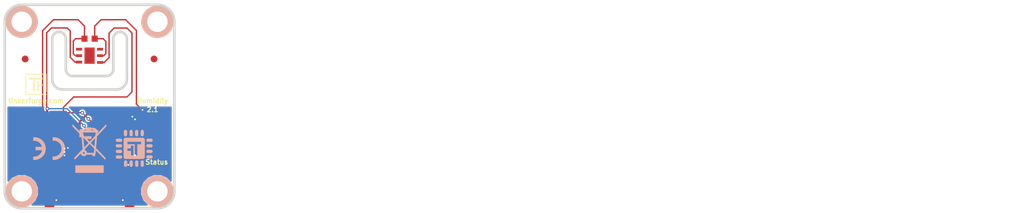
<source format=kicad_pcb>
(kicad_pcb (version 20171130) (host pcbnew 5.0.2-bee76a0~70~ubuntu18.10.1)
  (title_block (title "Humidity Bricklet") (date 2019-04-05) (rev 2.1) (company "Tinkerforge GmbH") (comment 1 "Licensed under CERN OHL v.1.1") (comment 2 "Copyright (©) 2019, B.Nordmeyer <bastian@tinkerforge.com>"))
  (layers (0 F.Cu signal) (31 B.Cu signal) (34 B.Paste user) (35 F.Paste user) (36 B.SilkS user) (37 F.SilkS user) (38 B.Mask user) (39 F.Mask user) (44 Edge.Cuts user))
  (net 0 "")
  (net 1 GND)
  (net 2 VCC)
  (net 3 "Net-(D101-Pad2)")
  (net 4 "Net-(P101-Pad4)")
  (net 5 "Net-(P101-Pad5)")
  (net 6 "Net-(P101-Pad6)")
  (net 7 "Net-(C102-Pad2)")
  (net 8 "Net-(R101-Pad1)")
  (net 9 SDA)
  (net 10 SCL)
  (net 11 S-MISO)
  (net 12 S-CS)
  (net 13 S-CLK)
  (net 14 S-MOSI)
  (net 15 "Net-(P102-Pad1)")
  (net 16 "Net-(P103-Pad2)")
  (net 17 +5V)
  (net 18 "Net-(RP102-Pad6)")
  (net 19 "Net-(U101-Pad2)")
  (net 20 "Net-(U101-Pad3)")
  (net 21 "Net-(U101-Pad5)")
  (net 22 "Net-(U101-Pad6)")
  (net 23 "Net-(U101-Pad8)")
  (net 24 "Net-(U101-Pad11)")
  (net 25 "Net-(U101-Pad12)")
  (net 26 "Net-(U101-Pad13)")
  (net 27 "Net-(U101-Pad14)")
  (net 28 "Net-(U101-Pad16)")
  (net 29 "Net-(U101-Pad18)")
  (net 30 "Net-(U101-Pad20)")
  (net 31 "Net-(U101-Pad21)")
  (net 32 "Net-(U102-Pad3)")
  (net 33 "Net-(U102-Pad4)")
  (net 34 "Net-(RP102-Pad7)")
  (module kicad-libraries:Logo_31x31 (layer F.Cu) (at 128.372705 138.435823)
    (fp_text reference G*** hide)
    (fp_text value Logo_31x31 hide)
  )
  (module kicad-libraries:Logo_CoMCU (layer B.Cu) (at 144.45 149.45 180)
    (fp_text reference G*** hide)
    (fp_text value LOGO hide)
  )
  (module kicad-libraries:WEEE_7mm (layer B.Cu) (at 137.85 149.485823 180)
    (fp_text reference G*** hide)
    (fp_text value LOGO hide)
  )
  (module kicad-libraries:CE_5mm (layer B.Cu) (at 131.872705 149.485823 180)
    (fp_text reference VAL hide)
    (fp_text value CE_5mm hide)
  )
  (module kicad-libraries:Fiducial_Mark (layer F.Cu) (at 128.375 150.275 270)
    (fp_text reference Fiducial_Mark hide)
    (fp_text value VAL** hide)
    (pad 1 smd circle (at 0 0 270) (size 1.00076 1.00076) (layers F.Cu F.Paste F.Mask) (clearance 0.65024))
  )
  (module kicad-libraries:Fiducial_Mark (layer F.Cu) (at 147.375 136.275 270)
    (fp_text reference Fiducial_Mark hide)
    (fp_text value VAL** hide)
    (pad 1 smd circle (at 0 0 270) (size 1.00076 1.00076) (layers F.Cu F.Paste F.Mask) (clearance 0.65024))
  )
  (module kicad-libraries:DEBUG_PAD (layer F.Cu) (at 138.772705 144.685823 180)
    (fp_text reference P102)
    (fp_text value DEBUG)
    (pad 1 smd circle (at 0 0 180) (size 0.7 0.7) (layers F.Cu F.Paste F.Mask) (net 15 "Net-(P102-Pad1)"))
  )
  (module kicad-libraries:SolderJumper (layer F.Cu) (at 143.836435 149.727477 135)
    (fp_text reference P103)
    (fp_text value BOOT)
    (pad 2 smd rect (at 0.55 0 135) (size 0.3 1.4) (layers F.Cu F.Mask) (net 16 "Net-(P103-Pad2)"))
    (pad 2 smd rect (at 0.15 0 135) (size 0.6 0.5) (layers F.Cu F.Mask) (net 16 "Net-(P103-Pad2)"))
    (pad 1 smd rect (at -0.5 0 135) (size 0.4 1.4) (layers F.Cu F.Mask) (net 1 GND))
    (pad 1 smd rect (at -0.225 0.55 135) (size 0.95 0.3) (layers F.Cu F.Mask) (net 1 GND))
    (pad 1 smd rect (at -0.225 -0.55 135) (size 0.95 0.3) (layers F.Cu F.Mask) (net 1 GND))
  )
  (module kicad-libraries:QFN24-4x4mm-0.5mm (layer F.Cu) (at 140.972705 147.285823 135)
    (fp_text reference U101)
    (fp_text value XMC1100-16)
    (pad 1 smd oval (at -2.025 -1.25 135) (size 1 0.3) (layers F.Cu F.Paste F.Mask) (net 11 S-MISO))
    (pad 2 smd oval (at -2.025 -0.75 135) (size 1 0.3) (layers F.Cu F.Paste F.Mask) (net 19 "Net-(U101-Pad2)"))
    (pad 3 smd oval (at -2.025 -0.25 135) (size 1 0.3) (layers F.Cu F.Paste F.Mask) (net 20 "Net-(U101-Pad3)"))
    (pad 4 smd oval (at -2.025 0.25 135) (size 1 0.3) (layers F.Cu F.Paste F.Mask) (net 16 "Net-(P103-Pad2)"))
    (pad 5 smd oval (at -2.025 0.75 135) (size 1 0.3) (layers F.Cu F.Paste F.Mask) (net 21 "Net-(U101-Pad5)"))
    (pad 6 smd oval (at -2.025 1.25 135) (size 1 0.3) (layers F.Cu F.Paste F.Mask) (net 22 "Net-(U101-Pad6)"))
    (pad 7 smd oval (at -1.25 2.025 225) (size 1 0.3) (layers F.Cu F.Paste F.Mask) (net 8 "Net-(R101-Pad1)"))
    (pad 8 smd oval (at -0.75 2.025 225) (size 1 0.3) (layers F.Cu F.Paste F.Mask) (net 23 "Net-(U101-Pad8)"))
    (pad 9 smd oval (at -0.25 2.025 225) (size 1 0.3) (layers F.Cu F.Paste F.Mask) (net 1 GND))
    (pad 10 smd oval (at 0.25 2.025 225) (size 1 0.3) (layers F.Cu F.Paste F.Mask) (net 2 VCC))
    (pad 11 smd oval (at 0.75 2.025 225) (size 1 0.3) (layers F.Cu F.Paste F.Mask) (net 24 "Net-(U101-Pad11)"))
    (pad 12 smd oval (at 1.25 2.025 225) (size 1 0.3) (layers F.Cu F.Paste F.Mask) (net 25 "Net-(U101-Pad12)"))
    (pad 13 smd oval (at 2.025 1.25 135) (size 1 0.3) (layers F.Cu F.Paste F.Mask) (net 26 "Net-(U101-Pad13)"))
    (pad 14 smd oval (at 2.025 0.75 135) (size 1 0.3) (layers F.Cu F.Paste F.Mask) (net 27 "Net-(U101-Pad14)"))
    (pad 15 smd oval (at 2.025 0.25 135) (size 1 0.3) (layers F.Cu F.Paste F.Mask) (net 15 "Net-(P102-Pad1)"))
    (pad 16 smd oval (at 2.025 -0.25 135) (size 1 0.3) (layers F.Cu F.Paste F.Mask) (net 28 "Net-(U101-Pad16)"))
    (pad 17 smd oval (at 2.025 -0.75 135) (size 1 0.3) (layers F.Cu F.Paste F.Mask) (net 9 SDA))
    (pad 18 smd oval (at 2.025 -1.25 135) (size 1 0.3) (layers F.Cu F.Paste F.Mask) (net 29 "Net-(U101-Pad18)"))
    (pad 19 smd oval (at 1.25 -2.025 225) (size 1 0.3) (layers F.Cu F.Paste F.Mask) (net 10 SCL))
    (pad 20 smd oval (at 0.75 -2.025 225) (size 1 0.3) (layers F.Cu F.Paste F.Mask) (net 30 "Net-(U101-Pad20)"))
    (pad 21 smd oval (at 0.25 -2.025 225) (size 1 0.3) (layers F.Cu F.Paste F.Mask) (net 31 "Net-(U101-Pad21)"))
    (pad 22 smd oval (at -0.25 -2.025 225) (size 1 0.3) (layers F.Cu F.Paste F.Mask) (net 12 S-CS))
    (pad 23 smd oval (at -0.75 -2.025 225) (size 1 0.3) (layers F.Cu F.Paste F.Mask) (net 13 S-CLK))
    (pad 24 smd oval (at -1.25 -2.025 225) (size 1 0.3) (layers F.Cu F.Paste F.Mask) (net 14 S-MOSI))
    (pad EXP smd rect (at 0.65 0.65 135) (size 1.3 1.3) (layers F.Cu F.Paste F.Mask) (net 1 GND))
    (pad EXP smd rect (at 0.65 -0.65 135) (size 1.3 1.3) (layers F.Cu F.Paste F.Mask) (net 1 GND))
    (pad EXP smd rect (at -0.65 0.65 135) (size 1.3 1.3) (layers F.Cu F.Paste F.Mask) (net 1 GND))
    (pad EXP smd rect (at -0.65 -0.65 135) (size 1.3 1.3) (layers F.Cu F.Paste F.Mask) (net 1 GND))
  )
  (module kicad-libraries:DFN6-30x30_humidity (layer F.Cu) (at 137.872705 135.785823 270)
    (fp_text reference U102)
    (fp_text value HDC1080)
    (pad 1 smd rect (at 1 -1.55 270) (size 0.4 0.9) (layers F.Cu F.Paste F.Mask) (net 9 SDA))
    (pad 2 smd rect (at 0 -1.55 270) (size 0.4 0.9) (layers F.Cu F.Paste F.Mask) (net 1 GND))
    (pad 3 smd rect (at -0.95 -1.55 270) (size 0.4 0.9) (layers F.Cu F.Paste F.Mask) (net 32 "Net-(U102-Pad3)"))
    (pad 4 smd rect (at -0.95 1.55 270) (size 0.4 0.9) (layers F.Cu F.Paste F.Mask) (net 33 "Net-(U102-Pad4)"))
    (pad 5 smd rect (at 0 1.55 270) (size 0.4 0.9) (layers F.Cu F.Paste F.Mask) (net 2 VCC))
    (pad 6 smd rect (at 0.95 1.55 270) (size 0.4 0.9) (layers F.Cu F.Paste F.Mask) (net 10 SCL))
    (pad EXP smd rect (at 0 0 270) (size 2.4 1.5) (layers F.Cu F.Paste F.Mask))
  )
  (module kicad-libraries:C0805 (layer F.Cu) (at 135.472705 151.685823)
    (fp_text reference C101)
    (fp_text value 10uF)
    (pad 1 smd rect (at -1.00076 0) (size 1.00076 1.24968) (layers F.Cu F.Paste F.Mask) (net 1 GND) (clearance 0.14986))
    (pad 2 smd rect (at 1.00076 0) (size 1.00076 1.24968) (layers F.Cu F.Paste F.Mask) (net 2 VCC) (clearance 0.14986))
  )
  (module kicad-libraries:C0402F (layer F.Cu) (at 142.272704 151.885823 180)
    (fp_text reference C102)
    (fp_text value 220pF)
    (pad 2 smd rect (at 0.5 0 180) (size 0.6 0.7) (layers F.Cu F.Paste F.Mask) (net 7 "Net-(C102-Pad2)"))
    (pad 1 smd rect (at -0.5 0 180) (size 0.6 0.7) (layers F.Cu F.Paste F.Mask) (net 1 GND))
  )
  (module kicad-libraries:C0603F (layer F.Cu) (at 135.672705 150.185823)
    (fp_text reference C103)
    (fp_text value 1uF)
    (pad 1 smd rect (at -0.75 0) (size 0.9 0.9) (layers F.Cu F.Paste F.Mask) (net 1 GND))
    (pad 2 smd rect (at 0.75 0) (size 0.9 0.9) (layers F.Cu F.Paste F.Mask) (net 2 VCC))
  )
  (module kicad-libraries:C0603F (layer F.Cu) (at 143.372705 144.885823 315)
    (fp_text reference C104)
    (fp_text value 100nF)
    (pad 1 smd rect (at -0.75 0 315) (size 0.9 0.9) (layers F.Cu F.Paste F.Mask) (net 2 VCC))
    (pad 2 smd rect (at 0.75 0 315) (size 0.9 0.9) (layers F.Cu F.Paste F.Mask) (net 1 GND))
  )
  (module kicad-libraries:D0603F (layer F.Cu) (at 147.747705 150.175 180)
    (fp_text reference D101)
    (fp_text value blue)
    (pad 1 smd rect (at -0.75 0 180) (size 0.9 0.9) (layers F.Cu F.Paste F.Mask) (net 2 VCC))
    (pad 2 smd rect (at 0.75 0 180) (size 0.9 0.9) (layers F.Cu F.Paste F.Mask) (net 3 "Net-(D101-Pad2)"))
  )
  (module kicad-libraries:CON-SENSOR2 (layer F.Cu) (at 137.872705 158.285823)
    (fp_text reference P101)
    (fp_text value CON-SENSOR2)
    (pad 1 smd rect (at -3.75 -4.6) (size 0.6 1.8) (layers F.Cu F.Paste F.Mask) (net 17 +5V))
    (pad 2 smd rect (at -2.5 -4.6) (size 0.6 1.8) (layers F.Cu F.Paste F.Mask) (net 1 GND))
    (pad EP smd rect (at -5.9 -1.2) (size 1.4 2.4) (layers F.Cu F.Paste F.Mask) (net 1 GND))
    (pad EP smd rect (at 5.9 -1.2) (size 1.4 2.4) (layers F.Cu F.Paste F.Mask) (net 1 GND))
    (pad 3 smd rect (at -1.25 -4.6) (size 0.6 1.8) (layers F.Cu F.Paste F.Mask) (net 2 VCC))
    (pad 4 smd rect (at 0 -4.6) (size 0.6 1.8) (layers F.Cu F.Paste F.Mask) (net 4 "Net-(P101-Pad4)"))
    (pad 5 smd rect (at 1.25 -4.6) (size 0.6 1.8) (layers F.Cu F.Paste F.Mask) (net 5 "Net-(P101-Pad5)"))
    (pad 6 smd rect (at 2.5 -4.6) (size 0.6 1.8) (layers F.Cu F.Paste F.Mask) (net 6 "Net-(P101-Pad6)"))
    (pad 7 smd rect (at 3.75 -4.6) (size 0.6 1.8) (layers F.Cu F.Paste F.Mask) (net 7 "Net-(C102-Pad2)"))
  )
  (module kicad-libraries:R0603F (layer F.Cu) (at 147.775 148.775 180)
    (fp_text reference R101)
    (fp_text value 1k)
    (pad 1 smd rect (at -0.75 0 180) (size 0.9 0.9) (layers F.Cu F.Paste F.Mask) (net 8 "Net-(R101-Pad1)"))
    (pad 2 smd rect (at 0.75 0 180) (size 0.9 0.9) (layers F.Cu F.Paste F.Mask) (net 3 "Net-(D101-Pad2)"))
  )
  (module kicad-libraries:4X0402 (layer F.Cu) (at 139.772705 151.385823)
    (fp_text reference RP101)
    (fp_text value 82)
    (pad 1 smd rect (at -0.7493 0.575 180) (size 0.29972 0.65) (layers F.Cu F.Paste F.Mask) (net 4 "Net-(P101-Pad4)"))
    (pad 2 smd rect (at -0.24892 0.575 180) (size 0.29972 0.65) (layers F.Cu F.Paste F.Mask) (net 5 "Net-(P101-Pad5)"))
    (pad 3 smd rect (at 0.24892 0.575 180) (size 0.29972 0.65) (layers F.Cu F.Paste F.Mask) (net 6 "Net-(P101-Pad6)"))
    (pad 4 smd rect (at 0.7493 0.575 180) (size 0.29972 0.65) (layers F.Cu F.Paste F.Mask) (net 7 "Net-(C102-Pad2)"))
    (pad 5 smd rect (at 0.7493 -0.575) (size 0.29972 0.65) (layers F.Cu F.Paste F.Mask) (net 11 S-MISO))
    (pad 6 smd rect (at 0.24892 -0.575) (size 0.29972 0.65) (layers F.Cu F.Paste F.Mask) (net 14 S-MOSI))
    (pad 7 smd rect (at -0.24892 -0.575) (size 0.29972 0.65) (layers F.Cu F.Paste F.Mask) (net 13 S-CLK))
    (pad 8 smd rect (at -0.7493 -0.575) (size 0.29972 0.65) (layers F.Cu F.Paste F.Mask) (net 12 S-CS))
  )
  (module kicad-libraries:0603X4 (layer F.Cu) (at 132.822705 145.310823 180)
    (fp_text reference RP102)
    (fp_text value 4k7)
    (pad 1 smd rect (at 1.19888 -0.8509 180) (size 0.44958 0.89916) (layers F.Cu F.Paste F.Mask) (net 2 VCC))
    (pad 2 smd rect (at 0.39878 -0.8509 180) (size 0.44958 0.89916) (layers F.Cu F.Paste F.Mask) (net 2 VCC))
    (pad 3 smd rect (at -0.39878 -0.8509 180) (size 0.44958 0.89916) (layers F.Cu F.Paste F.Mask) (net 2 VCC))
    (pad 4 smd rect (at -1.19888 -0.8509 180) (size 0.44958 0.89916) (layers F.Cu F.Paste F.Mask) (net 2 VCC))
    (pad 5 smd rect (at -1.19888 0.8509 180) (size 0.44958 0.89916) (layers F.Cu F.Paste F.Mask) (net 9 SDA))
    (pad 6 smd rect (at -0.39878 0.8509 180) (size 0.44958 0.89916) (layers F.Cu F.Paste F.Mask) (net 18 "Net-(RP102-Pad6)"))
    (pad 7 smd rect (at 0.39878 0.8509 180) (size 0.44958 0.89916) (layers F.Cu F.Paste F.Mask) (net 34 "Net-(RP102-Pad7)"))
    (pad 8 smd rect (at 1.19888 0.8509 180) (size 0.44958 0.89916) (layers F.Cu F.Paste F.Mask) (net 10 SCL))
  )
  (module kicad-libraries:DRILL_NP (layer F.Cu) (at 147.872705 155.785823 270)
    (fp_text reference U103 hide)
    (fp_text value DRILL hide)
    (pad "" np_thru_hole circle (at 0 0 270) (size 2.99974 2.99974) (drill 2.99974) (layers *.Cu *.Mask F.SilkS) (clearance 0.89916))
  )
  (module kicad-libraries:DRILL_NP (layer F.Cu) (at 127.872705 155.785823 270)
    (fp_text reference U104 hide)
    (fp_text value DRILL hide)
    (pad "" np_thru_hole circle (at 0 0 270) (size 2.99974 2.99974) (drill 2.99974) (layers *.Cu *.Mask F.SilkS) (clearance 0.89916))
  )
  (module kicad-libraries:DRILL_NP (layer F.Cu) (at 147.872705 130.785823 270)
    (fp_text reference U105 hide)
    (fp_text value DRILL hide)
    (pad "" np_thru_hole circle (at 0 0 270) (size 2.99974 2.99974) (drill 2.99974) (layers *.Cu *.Mask F.SilkS) (clearance 0.89916))
  )
  (module kicad-libraries:DRILL_NP (layer F.Cu) (at 127.872705 130.785823 270)
    (fp_text reference U106 hide)
    (fp_text value DRILL hide)
    (pad "" np_thru_hole circle (at 0 0 270) (size 2.99974 2.99974) (drill 2.99974) (layers *.Cu *.Mask F.SilkS) (clearance 0.89916))
  )
  (module kicad-libraries:C0603F (layer F.Cu) (at 137.872705 133.285822)
    (fp_text reference C105)
    (fp_text value 100nF)
    (pad 1 smd rect (at -0.75 0) (size 0.9 0.9) (layers F.Cu F.Paste F.Mask) (net 2 VCC))
    (pad 2 smd rect (at 0.75 0) (size 0.9 0.9) (layers F.Cu F.Paste F.Mask) (net 1 GND))
  )
  (module kicad-libraries:Fiducial_Mark (layer F.Cu) (at 128.375 136.275)
    (fp_text reference Fiducial_Mark hide)
    (fp_text value VAL** hide)
    (pad 1 smd circle (at 0 0) (size 1.00076 1.00076) (layers F.Cu F.Paste F.Mask) (clearance 0.65024))
  )
  (gr_line (start 132.375 133.275) (end 132.375 139.275) (layer Edge.Cuts) (width 0.381))
  (gr_line (start 143.375 139.275) (end 143.375 133.275) (layer Edge.Cuts) (width 0.381))
  (gr_text Status (at 147.772705 151.475) (layer F.SilkS) (effects (font (size 0.7 0.7))))
  (gr_line (start 135.372705 138.785823) (end 140.372705 138.785823) (layer Edge.Cuts) (width 0.381))
  (gr_line (start 141.372705 137.785823) (end 141.372705 133.285823) (layer Edge.Cuts) (width 0.381))
  (gr_line (start 134.372705 133.285823) (end 134.372705 137.785823) (layer Edge.Cuts) (width 0.381))
  (gr_arc (start 135.372705 137.785823) (end 134.372705 137.785823) (angle -90) (layer Edge.Cuts) (width 0.381))
  (gr_arc (start 140.372705 137.785823) (end 140.372705 138.785823) (angle -90) (layer Edge.Cuts) (width 0.381))
  (gr_line (start 141.875001 140.775) (end 133.875 140.775) (layer Edge.Cuts) (width 0.381))
  (gr_arc (start 133.372705 133.285823) (end 133.372705 132.285823) (angle -90) (layer Edge.Cuts) (width 0.381))
  (gr_arc (start 133.372705 133.285823) (end 134.372705 133.285823) (angle -90) (layer Edge.Cuts) (width 0.381))
  (gr_arc (start 142.372705 133.285825) (end 142.372706 132.285824) (angle -90) (layer Edge.Cuts) (width 0.381))
  (gr_arc (start 142.372705 133.285823) (end 143.372705 133.285823) (angle -90) (layer Edge.Cuts) (width 0.381))
  (gr_arc (start 141.872705 139.275) (end 141.872705 140.775) (angle -90) (layer Edge.Cuts) (width 0.381))
  (gr_arc (start 133.875 139.275001) (end 132.375001 139.275001) (angle -90) (layer Edge.Cuts) (width 0.381))
  (gr_arc (start 127.872705 130.785823) (end 127.872705 128.285823) (angle -90) (layer Edge.Cuts) (width 0.381))
  (gr_arc (start 147.872705 130.785823) (end 150.372705 130.785823) (angle -90) (layer Edge.Cuts) (width 0.381))
  (gr_line (start 150.372705 130.785823) (end 150.372705 155.785823) (layer Edge.Cuts) (width 0.381))
  (gr_line (start 127.872705 128.285823) (end 147.872705 128.285823) (layer Edge.Cuts) (width 0.381))
  (gr_line (start 125.372705 155.785823) (end 125.372705 130.785823) (layer Edge.Cuts) (width 0.381))
  (gr_text 2.1 (at 147.15 143.735823) (layer F.SilkS) (effects (font (size 0.7 0.7))))
  (gr_text Humidity (at 147.15 142.435823) (layer F.SilkS) (effects (font (size 0.7 0.7))))
  (gr_text tinkerforge.com (at 129.972705 142.435823) (layer F.SilkS) (effects (font (size 0.7 0.7))))
  (gr_line (start 127.872705 158.285823) (end 147.872705 158.285823) (angle 90) (layer Edge.Cuts) (width 0.381))
  (gr_arc (start 127.872705 155.785823) (end 127.872705 158.285823) (angle 90) (layer Edge.Cuts) (width 0.381))
  (gr_arc (start 147.872705 155.785823) (end 150.372705 155.785823) (angle 90) (layer Edge.Cuts) (width 0.381))
  (segment (start 144.189988 150.08103) (end 143.80108 150.469938) (width 0.25) (layer F.Cu) (net 1))
  (segment (start 143.80108 150.469938) (end 143.588948 150.257806) (width 0.25) (layer F.Cu) (net 1))
  (segment (start 143.588948 150.257806) (end 143.606625 150.275485) (width 0.25) (layer F.Cu) (net 1))
  (segment (start 144.189988 150.08103) (end 144.578897 149.692121) (width 0.25) (layer F.Cu) (net 1))
  (segment (start 144.578897 149.692121) (end 144.366765 149.479989) (width 0.25) (layer F.Cu) (net 1))
  (segment (start 144.366765 149.479989) (end 144.384443 149.497667) (width 0.25) (layer F.Cu) (net 1))
  (segment (start 144.189988 150.08103) (end 144.578897 150.469939) (width 0.25) (layer F.Cu) (net 1))
  (via (at 144.578897 150.469939) (size 0.55) (drill 0.25) (layers F.Cu B.Cu) (net 1))
  (segment (start 142.581373 146.030708) (end 141.891944 146.720137) (width 0.25) (layer F.Cu) (net 1))
  (segment (start 141.891944 146.720137) (end 141.891944 147.285823) (width 0.25) (layer F.Cu) (net 1))
  (segment (start 141.891944 147.285823) (end 140.972705 146.366584) (width 0.25) (layer F.Cu) (net 1))
  (segment (start 140.053466 147.285823) (end 140.972705 146.366584) (width 0.25) (layer F.Cu) (net 1))
  (segment (start 140.972705 148.205061) (end 141.891944 147.285823) (width 0.25) (layer F.Cu) (net 1))
  (segment (start 142.922705 151.885823) (end 143.572705 151.885823) (width 0.5) (layer F.Cu) (net 1))
  (via (at 143.572705 151.885823) (size 0.55) (drill 0.25) (layers F.Cu B.Cu) (net 1))
  (segment (start 143.772705 157.085823) (end 142.772705 157.085823) (width 0.5) (layer F.Cu) (net 1))
  (via (at 142.772705 157.085823) (size 0.55) (drill 0.25) (layers F.Cu B.Cu) (net 1))
  (segment (start 131.972705 157.085823) (end 132.972705 157.085823) (width 0.5) (layer F.Cu) (net 1))
  (via (at 132.972705 157.085823) (size 0.55) (drill 0.25) (layers F.Cu B.Cu) (net 1))
  (segment (start 134.471945 151.685824) (end 134.471945 151.086583) (width 0.5) (layer F.Cu) (net 1))
  (segment (start 134.471945 151.086583) (end 134.922705 150.635823) (width 0.5) (layer F.Cu) (net 1))
  (segment (start 134.922705 150.635823) (end 134.922705 150.185823) (width 0.5) (layer F.Cu) (net 1))
  (segment (start 135.372705 153.685823) (end 135.372705 153.085824) (width 0.5) (layer F.Cu) (net 1))
  (segment (start 135.372705 153.085824) (end 134.471945 152.185064) (width 0.5) (layer F.Cu) (net 1))
  (segment (start 134.471945 152.185064) (end 134.471945 151.685824) (width 0.5) (layer F.Cu) (net 1))
  (segment (start 134.922705 150.185823) (end 134.922705 149.635823) (width 0.5) (layer F.Cu) (net 1))
  (via (at 134.672705 149.385823) (size 0.55) (drill 0.25) (layers F.Cu B.Cu) (net 1))
  (segment (start 134.922705 149.635823) (end 134.672705 149.385823) (width 0.5) (layer F.Cu) (net 1))
  (segment (start 134.922705 150.185823) (end 134.922705 150.135824) (width 0.5) (layer F.Cu) (net 1))
  (segment (start 134.922705 150.135824) (end 134.272705 149.485823) (width 0.5) (layer F.Cu) (net 1))
  (via (at 134.172705 149.485823) (size 0.55) (drill 0.25) (layers F.Cu B.Cu) (net 1))
  (segment (start 134.272705 149.485823) (end 134.172705 149.485823) (width 0.5) (layer F.Cu) (net 1))
  (segment (start 134.922705 150.185823) (end 134.372705 150.185823) (width 0.5) (layer F.Cu) (net 1))
  (via (at 134.172705 149.985824) (size 0.55) (drill 0.25) (layers F.Cu B.Cu) (net 1))
  (segment (start 134.372705 150.185823) (end 134.172705 149.985824) (width 0.5) (layer F.Cu) (net 1))
  (segment (start 134.922705 150.185823) (end 134.472705 150.185823) (width 0.5) (layer F.Cu) (net 1))
  (segment (start 134.472705 150.185823) (end 134.172705 150.485823) (width 0.5) (layer F.Cu) (net 1))
  (via (at 134.172705 150.485823) (size 0.55) (drill 0.25) (layers F.Cu B.Cu) (net 1))
  (segment (start 142.581373 146.030708) (end 143.026258 145.585823) (width 0.25) (layer F.Cu) (net 1))
  (segment (start 143.026258 145.585823) (end 143.733365 145.585823) (width 0.25) (layer F.Cu) (net 1))
  (segment (start 143.733365 145.585823) (end 143.903035 145.416153) (width 0.25) (layer F.Cu) (net 1))
  (segment (start 139.972705 135.785823) (end 139.422705 135.785823) (width 0.2) (layer F.Cu) (net 1))
  (segment (start 140.272705 133.685823) (end 140.272705 135.485823) (width 0.2) (layer F.Cu) (net 1))
  (segment (start 140.272705 135.485823) (end 139.972705 135.785823) (width 0.2) (layer F.Cu) (net 1))
  (segment (start 138.622705 133.285822) (end 139.872705 133.285823) (width 0.2) (layer F.Cu) (net 1))
  (segment (start 139.872705 133.285823) (end 140.272705 133.685823) (width 0.2) (layer F.Cu) (net 1))
  (segment (start 144.291943 144.891943) (end 144.175 144.775) (width 0.5) (layer F.Cu) (net 1))
  (via (at 144.175 144.775) (size 0.55) (drill 0.25) (layers F.Cu B.Cu) (net 1))
  (segment (start 144.291943 145.027245) (end 144.291943 144.891943) (width 0.5) (layer F.Cu) (net 1))
  (segment (start 143.903035 145.416153) (end 144.291943 145.027245) (width 0.5) (layer F.Cu) (net 1))
  (via (at 144.575 145.175) (size 0.55) (drill 0.25) (layers F.Cu B.Cu) (net 1))
  (segment (start 144.291943 145.027245) (end 144.314697 145.049999) (width 0.5) (layer F.Cu) (net 1))
  (segment (start 144.449999 145.049999) (end 144.575 145.175) (width 0.5) (layer F.Cu) (net 1))
  (segment (start 144.314697 145.049999) (end 144.449999 145.049999) (width 0.5) (layer F.Cu) (net 1))
  (via (at 145.675 143.775) (size 0.55) (drill 0.25) (layers F.Cu B.Cu) (net 1))
  (segment (start 145.625 143.775) (end 145.675 143.775) (width 0.2) (layer F.Cu) (net 1))
  (segment (start 143.185823 130.485823) (end 144.775 132.075) (width 0.2) (layer F.Cu) (net 1))
  (segment (start 144.775 132.075) (end 144.775 142.925) (width 0.2) (layer F.Cu) (net 1))
  (segment (start 138.622705 133.285822) (end 138.622705 131.427295) (width 0.2) (layer F.Cu) (net 1))
  (segment (start 144.775 142.925) (end 145.625 143.775) (width 0.2) (layer F.Cu) (net 1))
  (segment (start 138.622705 131.427295) (end 139.564177 130.485823) (width 0.2) (layer F.Cu) (net 1))
  (segment (start 139.564177 130.485823) (end 143.185823 130.485823) (width 0.2) (layer F.Cu) (net 1))
  (segment (start 136.473465 151.685823) (end 136.473465 150.236583) (width 0.5) (layer F.Cu) (net 2))
  (segment (start 136.473465 150.236583) (end 136.422705 150.185823) (width 0.5) (layer F.Cu) (net 2))
  (segment (start 136.622705 153.685823) (end 136.622705 152.635823) (width 0.5) (layer F.Cu) (net 2))
  (segment (start 136.473465 152.486583) (end 136.473465 151.685823) (width 0.5) (layer F.Cu) (net 2))
  (segment (start 136.622705 152.635823) (end 136.473465 152.486583) (width 0.5) (layer F.Cu) (net 2))
  (segment (start 142.22782 145.677155) (end 142.672706 145.23227) (width 0.25) (layer F.Cu) (net 2))
  (segment (start 142.672706 145.23227) (end 142.672705 144.525162) (width 0.25) (layer F.Cu) (net 2))
  (segment (start 142.672705 144.525162) (end 142.842374 144.355493) (width 0.25) (layer F.Cu) (net 2))
  (segment (start 136.422705 150.185823) (end 136.422705 148.885823) (width 0.3) (layer F.Cu) (net 2))
  (segment (start 142.453467 143.966586) (end 137.966043 143.966586) (width 0.3) (layer F.Cu) (net 2))
  (segment (start 137.966043 143.966586) (end 136.697714 145.234915) (width 0.3) (layer F.Cu) (net 2))
  (segment (start 136.422705 148.885823) (end 136.422715 148.885813) (width 0.3) (layer F.Cu) (net 2))
  (segment (start 136.697714 145.234915) (end 136.422715 145.509913) (width 0.3) (layer F.Cu) (net 2))
  (segment (start 136.422715 145.898821) (end 136.422715 145.509913) (width 0.3) (layer F.Cu) (net 2))
  (segment (start 142.842374 144.355493) (end 142.453467 143.966586) (width 0.3) (layer F.Cu) (net 2))
  (segment (start 136.422715 148.885813) (end 136.422715 145.898821) (width 0.3) (layer F.Cu) (net 2))
  (segment (start 135.472705 133.635823) (end 135.822705 133.285822) (width 0.2) (layer F.Cu) (net 2))
  (segment (start 136.322705 135.785823) (end 135.772705 135.785823) (width 0.2) (layer F.Cu) (net 2))
  (segment (start 135.822705 133.285822) (end 137.122705 133.285822) (width 0.2) (layer F.Cu) (net 2))
  (segment (start 135.472705 135.485823) (end 135.472705 133.635823) (width 0.2) (layer F.Cu) (net 2))
  (segment (start 135.772705 135.785823) (end 135.472705 135.485823) (width 0.2) (layer F.Cu) (net 2))
  (segment (start 135.396375 147.536513) (end 134.021585 146.161724) (width 0.3) (layer F.Cu) (net 2))
  (segment (start 136.422705 148.885823) (end 136.422705 148.562843) (width 0.3) (layer F.Cu) (net 2))
  (segment (start 136.422705 148.562843) (end 135.396375 147.536513) (width 0.3) (layer F.Cu) (net 2))
  (segment (start 134.021585 146.161724) (end 131.623825 146.161723) (width 0.3) (layer F.Cu) (net 2))
  (segment (start 149.197705 150.175) (end 148.497705 150.175) (width 0.25) (layer F.Cu) (net 2))
  (segment (start 149.475 148.387524) (end 149.475 149.897705) (width 0.25) (layer F.Cu) (net 2))
  (segment (start 145.125998 144.038522) (end 149.475 148.387524) (width 0.25) (layer F.Cu) (net 2))
  (segment (start 142.842374 144.355493) (end 143.159345 144.038522) (width 0.25) (layer F.Cu) (net 2))
  (segment (start 149.475 149.897705) (end 149.197705 150.175) (width 0.25) (layer F.Cu) (net 2))
  (segment (start 143.159345 144.038522) (end 145.125998 144.038522) (width 0.25) (layer F.Cu) (net 2))
  (segment (start 137.122705 131.422705) (end 137.122705 133.285822) (width 0.2) (layer F.Cu) (net 2))
  (segment (start 131.199035 146.161723) (end 130.947705 145.910393) (width 0.2) (layer F.Cu) (net 2))
  (segment (start 131.623825 146.161723) (end 131.199035 146.161723) (width 0.2) (layer F.Cu) (net 2))
  (segment (start 130.947705 132.102295) (end 132.564177 130.485823) (width 0.2) (layer F.Cu) (net 2))
  (segment (start 130.947705 145.910393) (end 130.947705 132.102295) (width 0.2) (layer F.Cu) (net 2))
  (segment (start 132.564177 130.485823) (end 136.185823 130.485823) (width 0.2) (layer F.Cu) (net 2))
  (segment (start 136.185823 130.485823) (end 137.122705 131.422705) (width 0.2) (layer F.Cu) (net 2))
  (segment (start 146.997704 148.7) (end 146.997705 150.175) (width 0.25) (layer F.Cu) (net 3))
  (segment (start 139.023405 151.960823) (end 139.023405 152.135123) (width 0.25) (layer F.Cu) (net 4))
  (segment (start 139.023405 152.135123) (end 138.772705 152.385823) (width 0.25) (layer F.Cu) (net 4))
  (segment (start 138.772705 152.385823) (end 138.372705 152.385822) (width 0.25) (layer F.Cu) (net 4))
  (segment (start 138.372705 152.385822) (end 137.872705 152.885823) (width 0.25) (layer F.Cu) (net 4))
  (segment (start 137.872705 152.885823) (end 137.872705 153.685823) (width 0.25) (layer F.Cu) (net 4))
  (segment (start 139.523784 151.960823) (end 139.523784 152.434743) (width 0.25) (layer F.Cu) (net 5))
  (segment (start 139.523784 152.434743) (end 139.122705 152.835822) (width 0.25) (layer F.Cu) (net 5))
  (segment (start 139.122705 152.835822) (end 139.122705 153.685823) (width 0.25) (layer F.Cu) (net 5))
  (segment (start 140.021624 151.960823) (end 140.021624 152.434743) (width 0.25) (layer F.Cu) (net 6))
  (segment (start 140.021624 152.434743) (end 140.372705 152.785824) (width 0.25) (layer F.Cu) (net 6))
  (segment (start 140.372705 152.785824) (end 140.372705 153.685823) (width 0.25) (layer F.Cu) (net 6))
  (segment (start 141.622705 153.685823) (end 141.622705 151.885823) (width 0.25) (layer F.Cu) (net 7))
  (segment (start 140.522006 151.960823) (end 140.597006 151.885823) (width 0.25) (layer F.Cu) (net 7))
  (segment (start 140.597006 151.885823) (end 141.622705 151.885823) (width 0.25) (layer F.Cu) (net 7))
  (segment (start 143.312185 146.737815) (end 143.28848 146.737815) (width 0.25) (layer F.Cu) (net 8))
  (segment (start 143.675 146.375) (end 143.312185 146.737815) (width 0.25) (layer F.Cu) (net 8))
  (segment (start 148.525 148.775) (end 148.525 148.125) (width 0.25) (layer F.Cu) (net 8))
  (segment (start 148.525 148.125) (end 146.775 146.375) (width 0.25) (layer F.Cu) (net 8))
  (segment (start 146.775 146.375) (end 143.675 146.375) (width 0.25) (layer F.Cu) (net 8))
  (via (at 137.7 145.1) (size 0.55) (drill 0.25) (layers F.Cu B.Cu) (net 9))
  (segment (start 139.010484 146.384262) (end 138.984262 146.384262) (width 0.2) (layer F.Cu) (net 9))
  (segment (start 138.984262 146.384262) (end 137.7 145.1) (width 0.2) (layer F.Cu) (net 9))
  (via (at 136.8 144.2) (size 0.55) (drill 0.25) (layers F.Cu B.Cu) (net 9))
  (segment (start 137.7 145.1) (end 136.8 144.2) (width 0.2) (layer B.Cu) (net 9))
  (segment (start 134.281508 144.2) (end 134.021585 144.459923) (width 0.2) (layer F.Cu) (net 9))
  (segment (start 136.8 144.2) (end 134.281508 144.2) (width 0.2) (layer F.Cu) (net 9))
  (segment (start 134.021585 143.386943) (end 134.021585 144.459923) (width 0.2) (layer F.Cu) (net 9))
  (segment (start 135.533528 141.875) (end 134.021585 143.386943) (width 0.2) (layer F.Cu) (net 9))
  (segment (start 144.122705 141.135973) (end 143.383678 141.875) (width 0.2) (layer F.Cu) (net 9))
  (segment (start 144.122705 132.45) (end 144.122705 141.135973) (width 0.2) (layer F.Cu) (net 9))
  (segment (start 140.022706 136.785823) (end 140.747705 136.060823) (width 0.2) (layer F.Cu) (net 9))
  (segment (start 139.422705 136.785824) (end 140.022706 136.785823) (width 0.2) (layer F.Cu) (net 9))
  (segment (start 140.747705 136.060823) (end 140.747705 132.460823) (width 0.2) (layer F.Cu) (net 9))
  (segment (start 143.383678 141.875) (end 135.533528 141.875) (width 0.2) (layer F.Cu) (net 9))
  (segment (start 141.494322 131.714206) (end 143.386911 131.714206) (width 0.2) (layer F.Cu) (net 9))
  (segment (start 140.747705 132.460823) (end 141.494322 131.714206) (width 0.2) (layer F.Cu) (net 9))
  (segment (start 143.386911 131.714206) (end 144.122705 132.45) (width 0.2) (layer F.Cu) (net 9))
  (via (at 137.05 146.1) (size 0.55) (drill 0.25) (layers F.Cu B.Cu) (net 10))
  (segment (start 138.65693 147.833831) (end 137.05 146.226901) (width 0.2) (layer F.Cu) (net 10))
  (segment (start 137.05 146.226901) (end 137.05 146.1) (width 0.2) (layer F.Cu) (net 10))
  (via (at 131.65 143.6) (size 0.55) (drill 0.25) (layers F.Cu B.Cu) (net 10))
  (segment (start 131.65 144.433748) (end 131.623825 144.459923) (width 0.2) (layer F.Cu) (net 10))
  (segment (start 131.65 143.6) (end 131.65 144.433748) (width 0.2) (layer F.Cu) (net 10))
  (segment (start 134.55 143.6) (end 131.65 143.6) (width 0.2) (layer B.Cu) (net 10))
  (segment (start 137.05 146.1) (end 134.55 143.6) (width 0.2) (layer B.Cu) (net 10))
  (segment (start 135.722705 136.735823) (end 136.322705 136.735823) (width 0.2) (layer F.Cu) (net 10))
  (segment (start 135.022705 136.035823) (end 135.722705 136.735823) (width 0.2) (layer F.Cu) (net 10))
  (segment (start 131.547705 144.383803) (end 131.547705 132.402295) (width 0.2) (layer F.Cu) (net 10))
  (segment (start 131.623825 144.459923) (end 131.547705 144.383803) (width 0.2) (layer F.Cu) (net 10))
  (segment (start 135.022705 132.142265) (end 135.022705 136.035823) (width 0.2) (layer F.Cu) (net 10))
  (segment (start 131.547705 132.402295) (end 132.25 131.7) (width 0.2) (layer F.Cu) (net 10))
  (segment (start 132.25 131.7) (end 134.58044 131.7) (width 0.2) (layer F.Cu) (net 10))
  (segment (start 134.58044 131.7) (end 135.022705 132.142265) (width 0.2) (layer F.Cu) (net 10))
  (segment (start 141.520713 149.601598) (end 140.522005 150.600306) (width 0.25) (layer F.Cu) (net 11))
  (segment (start 140.522005 150.600306) (end 140.522005 150.810823) (width 0.25) (layer F.Cu) (net 11))
  (segment (start 139.71759 148.894491) (end 139.023405 149.588676) (width 0.25) (layer F.Cu) (net 12))
  (segment (start 139.023405 149.588676) (end 139.023405 150.810823) (width 0.25) (layer F.Cu) (net 12))
  (segment (start 140.071144 149.248044) (end 139.523785 149.795403) (width 0.25) (layer F.Cu) (net 13))
  (segment (start 139.523785 149.795403) (end 139.523785 150.810823) (width 0.25) (layer F.Cu) (net 13))
  (segment (start 140.424696 149.601598) (end 140.021624 150.00467) (width 0.25) (layer F.Cu) (net 14))
  (segment (start 140.021624 150.00467) (end 140.021625 150.810823) (width 0.25) (layer F.Cu) (net 14))
  (segment (start 139.71759 145.677155) (end 138.772705 144.73227) (width 0.25) (layer F.Cu) (net 15))
  (segment (start 138.772705 144.73227) (end 138.772705 144.685823) (width 0.25) (layer F.Cu) (net 15))
  (segment (start 143.730369 149.621411) (end 143.447526 149.338568) (width 0.25) (layer F.Cu) (net 16))
  (segment (start 143.661846 149.621411) (end 142.581373 148.540938) (width 0.2) (layer F.Cu) (net 16))
  (segment (start 143.730369 149.621411) (end 143.661846 149.621411) (width 0.2) (layer F.Cu) (net 16))
  (zone (net 1) (net_name GND) (layer B.Cu) (connect_pads yes (clearance 0.2)) (min_thickness 0.2) (fill yes (arc_segments 16) (thermal_gap 0.21) (thermal_bridge_width 0.21))
    (polygon (pts (xy 150.372705 143.285823) (xy 150.372705 158.285823) (xy 125.372705 158.285823) (xy 125.372705 143.285823)))
  )
)
</source>
